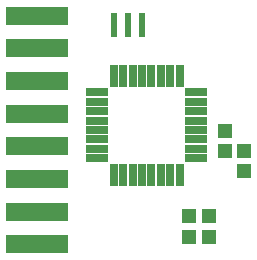
<source format=gts>
G04 DipTrace 3.3.1.1*
G04 TopMask.gts*
%MOIN*%
G04 #@! TF.FileFunction,Soldermask,Top*
G04 #@! TF.Part,Single*
%ADD30R,0.023628X0.082683*%
%ADD34R,0.074809X0.027565*%
%ADD36R,0.027565X0.074809*%
%ADD38R,0.04725X0.051187*%
%ADD40R,0.051187X0.04725*%
%ADD42R,0.20788X0.06238*%
%FSLAX26Y26*%
G04*
G70*
G90*
G75*
G01*
G04 TopMask*
%LPD*%
D42*
X499951Y424951D3*
Y533951D3*
Y642951D3*
Y751951D3*
Y860951D3*
Y969951D3*
Y1078951D3*
X500001Y1187990D3*
D40*
X1006200Y449949D3*
X1073129D3*
X1006200Y518700D3*
X1073129D3*
D38*
X1187451Y668700D3*
Y735629D3*
X1124951Y737449D3*
Y804378D3*
D36*
X974951Y987449D3*
X943455D3*
X911959D3*
X880462D3*
X848966D3*
X817470D3*
X785974D3*
X754478D3*
D34*
X699360Y932331D3*
Y900835D3*
Y869339D3*
Y837843D3*
Y806347D3*
Y774851D3*
Y743355D3*
Y711859D3*
D36*
X754478Y656741D3*
X785974D3*
X817470D3*
X848966D3*
X880462D3*
X911959D3*
X943455D3*
X974951D3*
D34*
X1030069Y711859D3*
Y743355D3*
Y774851D3*
Y806347D3*
Y837843D3*
Y869339D3*
Y900835D3*
Y932331D3*
D30*
X849949Y1156200D3*
X802705D3*
X755461D3*
M02*

</source>
